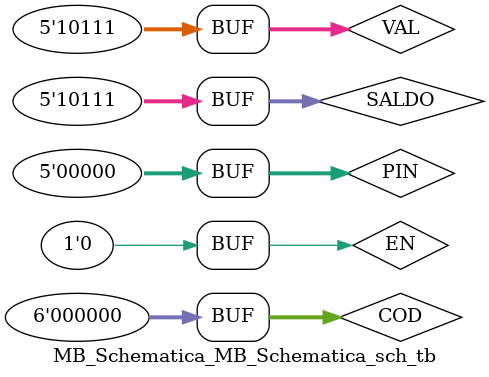
<source format=v>

`timescale 1ns / 1ps

module MB_Schematica_MB_Schematica_sch_tb();

// Inputs
   reg EN;
   reg [4:0] PIN;
   reg [4:0] VAL;
   reg [5:0] COD;
   reg [4:0] SALDO;

// Output
   wire [3:0] ECRA_OUT0;
	wire [3:0] ECRA_OUT1;
   wire [3:0] SALDO_OUT0;
	wire [3:0] SALDO_OUT1;
   wire [3:0] VAL_OUT0;
	wire [3:0] VAL_OUT1;
   wire [3:0] COD_OUT0;
	wire [3:0] COD_OUT1;
   wire PAR_OUT;

// Bidirs

// Instantiate the UUT
   MB_Schematica UUT (
		.ECRA_OUT0(ECRA_OUT0),
		.ECRA_OUT1(ECRA_OUT1),		
		.SALDO_OUT0(SALDO_OUT0),
		.SALDO_OUT1(SALDO_OUT1),		
		.VAL_OUT0(VAL_OUT0),
		.VAL_OUT1(VAL_OUT1),		
		.COD_OUT0(COD_OUT0), 
		.COD_OUT1(COD_OUT1),
		.EN(EN), 
		.PIN(PIN), 
		.VAL(VAL), 
		.COD(COD), 
		.SALDO(SALDO), 
		.PAR_OUT(PAR_OUT)
   );
// Initialize Inputs
    initial begin
		EN = 0;
		PIN = 00000;
		VAL = 01111;
		COD = 00000;
		SALDO =01111;
		
	end

endmodule

</source>
